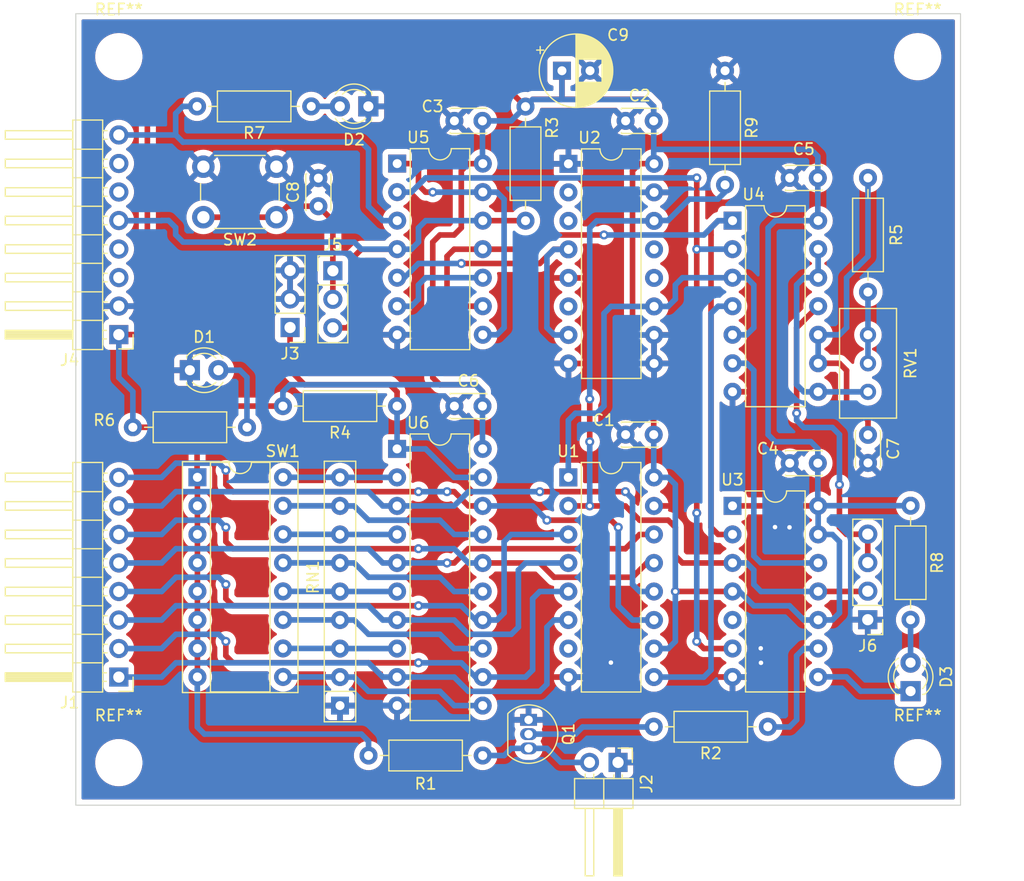
<source format=kicad_pcb>
(kicad_pcb (version 20211014) (generator pcbnew)
  (layers (0 "F.Cu" signal) (31 "B.Cu" signal) (34 "B.Paste" user) (35 "F.Paste" user) (36 "B.SilkS" user "B.Silkscreen") (37 "F.SilkS" user "F.Silkscreen") (38 "B.Mask" user) (39 "F.Mask" user) (44 "Edge.Cuts" user))
  (net 0 "")
  (net 1 "GND")
  (net 2 "Net-(Q1-Pad2)")
  (net 3 "/D7")
  (net 4 "Net-(U1-Pad1)")
  (net 5 "Net-(R5-Pad1)")
  (net 7 "Net-(U1-Pad9)")
  (net 8 "VCC")
  (net 11 "Net-(U2-Pad4)")
  (net 16 "Net-(C8-Pad1)")
  (net 17 "/D6")
  (net 18 "/D5")
  (net 19 "/D4")
  (net 20 "/D3")
  (net 21 "/D2")
  (net 22 "/D1")
  (net 23 "/D0")
  (net 24 "Net-(U3-Pad2)")
  (net 25 "Net-(R2-Pad1)")
  (net 26 "Net-(U3-Pad12)")
  (net 28 "Net-(J3-Pad1)")
  (net 30 "/DI0")
  (net 31 "/DI1")
  (net 32 "/DI2")
  (net 33 "/DI3")
  (net 34 "/DI4")
  (net 35 "/DI5")
  (net 36 "/DI6")
  (net 37 "/DI7")
  (net 39 "Net-(U5-Pad10)")
  (net 41 "Net-(U3-Pad6)")
  (net 42 "Net-(U5-Pad1)")
  (net 43 "Net-(J4-Pad5)")
  (net 44 "Net-(R7-Pad2)")
  (net 45 "Net-(C7-Pad1)")
  (net 46 "Net-(RV1-Pad3)")
  (net 47 "Net-(J6-Pad2)")
  (net 48 "Net-(D1-Pad2)")
  (net 49 "Net-(D2-Pad2)")
  (net 50 "Net-(D3-Pad1)")
  (net 51 "Net-(D3-Pad2)")
  (net 52 "Net-(J2-Pad2)")
  (net 53 "Net-(J6-Pad3)")
  (footprint "Capacitor_THT:C_Disc_D3.0mm_W2.0mm_P2.50mm" (layer "F.Cu") (at 168.315 71.775)
    (fp_text reference "C2")
    (fp_text value "100n")
  )
  (footprint "LED_THT:LED_D3.0mm" (layer "F.Cu") (at 193.675 122.56 90)
    (fp_text reference "D3")
    (fp_text value "LED")
  )
  (footprint "Resistor_THT:R_Axial_DIN0207_L6.3mm_D2.5mm_P10.16mm_Horizontal" (layer "F.Cu") (at 134.62 99.06 180)
    (fp_text reference "R6")
    (fp_text value "1k")
  )
  (footprint "Connector_PinHeader_2.54mm:PinHeader_1x03_P2.54mm_Vertical" (layer "F.Cu") (at 142.26 85.125)
    (fp_text reference "J5")
    (fp_text value "Conn_01x03_Male")
  )
  (footprint "Resistor_THT:R_Axial_DIN0207_L6.3mm_D2.5mm_P10.16mm_Horizontal" (layer "F.Cu") (at 193.675 106.045 -90)
    (fp_text reference "R8")
    (fp_text value "1k")
  )
  (footprint "MountingHole:MountingHole_3.2mm_M3" (layer "F.Cu") (at 194.31 66.06)
    (fp_text reference "REF**")
    (fp_text value "MountingHole_3.2mm_M3")
  )
  (footprint "MountingHole:MountingHole_3.2mm_M3" (layer "F.Cu") (at 123.21 128.925)
    (fp_text reference "REF**")
    (fp_text value "MountingHole_3.2mm_M3")
  )
  (footprint "Capacitor_THT:C_Disc_D3.0mm_W2.0mm_P2.50mm" (layer "F.Cu") (at 185.42 76.855 180)
    (fp_text reference "C5")
    (fp_text value "100n")
  )
  (footprint "Capacitor_THT:C_Disc_D3.0mm_W2.0mm_P2.50mm" (layer "F.Cu") (at 170.815 99.715 180)
    (fp_text reference "C1")
    (fp_text value "100n")
  )
  (footprint "Connector_PinHeader_2.54mm:PinHeader_1x08_P2.54mm_Horizontal" (layer "F.Cu") (at 123.21 90.81 180)
    (fp_text reference "J4")
    (fp_text value "Control")
  )
  (footprint "Capacitor_THT:C_Disc_D3.0mm_W2.0mm_P2.50mm" (layer "F.Cu") (at 140.97 79.375 90)
    (fp_text reference "C8")
    (fp_text value "100n")
  )
  (footprint "Capacitor_THT:C_Disc_D3.0mm_W2.0mm_P2.50mm" (layer "F.Cu") (at 185.42 102.255 180)
    (fp_text reference "C4")
    (fp_text value "100n")
  )
  (footprint "Package_DIP:DIP-16_W7.62mm" (layer "F.Cu") (at 163.215 103.525)
    (fp_text reference "U1")
    (fp_text value "74HC165")
  )
  (footprint "Package_DIP:DIP-20_W7.62mm" (layer "F.Cu") (at 147.975 100.985)
    (fp_text reference "U6")
    (fp_text value "74HC244")
  )
  (footprint "Connector_PinHeader_2.54mm:PinHeader_1x02_P2.54mm_Horizontal" (layer "F.Cu") (at 167.64 128.905 -90)
    (fp_text reference "J2")
    (fp_text value "OUTPUT")
  )
  (footprint "Button_Switch_THT:SW_PUSH_6mm" (layer "F.Cu") (at 137.235 80.355 180)
    (fp_text reference "SW2")
    (fp_text value "SW_Push")
  )
  (footprint "MountingHole:MountingHole_3.2mm_M3" (layer "F.Cu") (at 123.21 66.06)
    (fp_text reference "REF**")
    (fp_text value "MountingHole_3.2mm_M3")
  )
  (footprint "Resistor_THT:R_Axial_DIN0207_L6.3mm_D2.5mm_P10.16mm_Horizontal" (layer "F.Cu") (at 147.975 97.175 180)
    (fp_text reference "R4")
    (fp_text value "10k")
  )
  (footprint "Resistor_THT:R_Axial_DIN0207_L6.3mm_D2.5mm_P10.16mm_Horizontal" (layer "F.Cu") (at 140.335 70.485 180)
    (fp_text reference "R7")
    (fp_text value "1k")
  )
  (footprint "Resistor_THT:R_Axial_DIN0207_L6.3mm_D2.5mm_P10.16mm_Horizontal" (layer "F.Cu") (at 145.435 128.29)
    (fp_text reference "R1")
    (fp_text value "20k")
  )
  (footprint "Resistor_THT:R_Axial_DIN0207_L6.3mm_D2.5mm_P10.16mm_Horizontal" (layer "F.Cu") (at 177.165 67.31 -90)
    (fp_text reference "R9")
    (fp_text value "10k")
  )
  (footprint "Resistor_THT:R_Axial_DIN0207_L6.3mm_D2.5mm_P10.16mm_Horizontal" (layer "F.Cu") (at 180.975 125.73 180)
    (fp_text reference "R2")
    (fp_text value "4.7")
  )
  (footprint "LED_THT:LED_D3.0mm" (layer "F.Cu") (at 145.42 70.485 180)
    (fp_text reference "D2")
    (fp_text value "LED")
  )
  (footprint "Capacitor_THT:C_Disc_D3.0mm_W2.0mm_P2.50mm" (layer "F.Cu") (at 155.575 71.775 180)
    (fp_text reference "C3")
    (fp_text value "100n")
  )
  (footprint "Package_TO_SOT_THT:TO-92_Inline" (layer "F.Cu") (at 159.68 125.115 -90)
    (fp_text reference "Q1")
    (fp_text value "2N7000")
  )
  (footprint "Capacitor_THT:C_Disc_D3.0mm_W2.0mm_P2.50mm" (layer "F.Cu") (at 153.075 97.175)
    (fp_text reference "C6")
    (fp_text value "100n")
  )
  (footprint "Capacitor_THT:C_Disc_D3.0mm_W2.0mm_P2.50mm" (layer "F.Cu") (at 189.885 99.735 -90)
    (fp_text reference "C7")
    (fp_text value "10n")
  )
  (footprint "Connector_PinHeader_2.54mm:PinHeader_1x08_P2.54mm_Horizontal" (layer "F.Cu") (at 123.21 121.305 180)
    (fp_text reference "J1")
    (fp_text value "DATA")
  )
  (footprint "Connector_PinHeader_2.54mm:PinHeader_1x03_P2.54mm_Vertical" (layer "F.Cu") (at 138.45 90.175 180)
    (fp_text reference "J3")
    (fp_text value "Conn_01x03_Male")
  )
  (footprint "Connector_PinHeader_2.54mm:PinHeader_1x04_P2.54mm_Vertical" (layer "F.Cu") (at 189.865 116.195 180)
    (fp_text reference "J6")
    (fp_text value "CLK_SELECT")
  )
  (footprint "Package_DIP:DIP-14_W7.62mm" (layer "F.Cu") (at 177.83 80.66)
    (fp_text reference "U4")
    (fp_text value "74HC132")
  )
  (footprint "Resistor_THT:R_Axial_DIN0207_L6.3mm_D2.5mm_P10.16mm_Horizontal" (layer "F.Cu") (at 189.885 87.015 90)
    (fp_text reference "R5")
    (fp_text value "10k")
  )
  (footprint "Package_DIP:DIP-16_W7.62mm" (layer "F.Cu") (at 163.225 75.6)
    (fp_text reference "U2")
    (fp_text value "74LS191")
  )
  (footprint "Capacitor_THT:CP_Radial_D6.3mm_P2.50mm" (layer "F.Cu") (at 162.647621 67.31)
    (fp_text reference "C9")
    (fp_text value "100u")
  )
  (footprint "Package_DIP:DIP-14_W7.62mm" (layer "F.Cu") (at 147.985 75.58)
    (fp_text reference "U5")
    (fp_text value "74HC132")
  )
  (footprint "Resistor_THT:R_Array_SIP9" (layer "F.Cu") (at 142.895 123.845 90)
    (fp_text reference "RN1")
    (fp_text value "10k")
  )
  (footprint "Resistor_THT:R_Axial_DIN0207_L6.3mm_D2.5mm_P10.16mm_Horizontal" (layer "F.Cu") (at 159.405 70.505 -90)
    (fp_text reference "R3")
    (fp_text value "10k")
  )
  (footprint "Potentiometer_THT:Potentiometer_Bourns_3296W_Vertical" (layer "F.Cu") (at 189.885 90.825 90)
    (fp_text reference "RV1")
    (fp_text value "10k")
  )
  (footprint "LED_THT:LED_D3.0mm" (layer "F.Cu") (at 129.535 93.98)
    (fp_text reference "D1")
    (fp_text value "LED")
  )
  (footprint "MountingHole:MountingHole_3.2mm_M3" (layer "F.Cu") (at 194.31 128.925)
    (fp_text reference "REF**")
    (fp_text value "MountingHole_3.2mm_M3")
  )
  (footprint "Package_DIP:DIP-14_W7.62mm" (layer "F.Cu") (at 177.83 106.06)
    (fp_text reference "U3")
    (fp_text value "74HC74")
  )
  (footprint "Package_DIP:DIP-16_W7.62mm_Socket" (layer "F.Cu") (at 130.205 103.515)
    (fp_text reference "SW1")
    (fp_text value "SW_DIP_x08")
  )
  (gr_rect (start 119.38 62.23) (end 198.12 132.715) (layer "Edge.Cuts") (width 0.1) (fill none))
  (via (at 182.9 107.97) (size 0.8) (drill 0.4) (layers "F.Cu" "B.Cu") (net 1))
  (via (at 181.61 107.95) (size 0.8) (drill 0.4) (layers "F.Cu" "B.Cu") (net 1))
  (via (at 180.36 120.035) (size 0.8) (drill 0.4) (layers "F.Cu" "B.Cu") (net 1))
  (via (at 167.005 120.015) (size 0.8) (drill 0.4) (layers "F.Cu" "B.Cu") (net 1))
  (via (at 180.34 118.745) (size 0.8) (drill 0.4) (layers "F.Cu" "B.Cu") (net 1))
  (segment (start 142.895 123.845) (end 147.975 123.845) (width 0.5) (layer "B.Cu") (net 1))
  (segment (start 163.85 126.385) (end 164.485 125.75) (width 0.5) (layer "B.Cu") (net 2))
  (segment (start 159.68 126.385) (end 163.85 126.385) (width 0.5) (layer "B.Cu") (net 2))
  (segment (start 170.795 125.75) (end 170.815 125.73) (width 0.5) (layer "B.Cu") (net 2))
  (segment (start 164.485 125.75) (end 170.795 125.75) (width 0.5) (layer "B.Cu") (net 2))
  (segment (start 167.025 107.335) (end 167.66 107.97) (width 0.5) (layer "F.Cu") (net 3))
  (segment (start 154.325 106.065) (end 155.595 106.065) (width 0.5) (layer "F.Cu") (net 3))
  (segment (start 133.37 104.795) (end 149.88 104.795) (width 0.5) (layer "F.Cu") (net 3))
  (segment (start 153.055 104.795) (end 152.42 104.795) (width 0.5) (layer "F.Cu") (net 3))
  (segment (start 153.055 104.795) (end 154.325 106.065) (width 0.5) (layer "F.Cu") (net 3))
  (segment (start 132.735 102.89) (end 132.735 104.16) (width 0.5) (layer "F.Cu") (net 3))
  (segment (start 161.31 107.335) (end 167.025 107.335) (width 0.5) (layer "F.Cu") (net 3))
  (segment (start 132.735 104.16) (end 133.37 104.795) (width 0.5) (layer "F.Cu") (net 3))
  (via (at 132.735 102.89) (size 0.8) (drill 0.4) (layers "F.Cu" "B.Cu") (net 3))
  (via (at 149.88 104.795) (size 0.8) (drill 0.4) (layers "F.Cu" "B.Cu") (net 3))
  (via (at 167.66 107.97) (size 0.8) (drill 0.4) (layers "F.Cu" "B.Cu") (net 3))
  (via (at 152.42 104.795) (size 0.8) (drill 0.4) (layers "F.Cu" "B.Cu") (net 3))
  (via (at 161.31 107.335) (size 0.8) (drill 0.4) (layers "F.Cu" "B.Cu") (net 3))
  (segment (start 132.735 102.89) (end 132.1 102.255) (width 0.5) (layer "B.Cu") (net 3))
  (segment (start 160.04 106.065) (end 161.31 107.335) (width 0.5) (layer "B.Cu") (net 3))
  (segment (start 168.93 116.225) (end 170.835 116.225) (width 0.5) (layer "B.Cu") (net 3))
  (segment (start 132.1 102.255) (end 128.29 102.255) (width 0.5) (layer "B.Cu") (net 3))
  (segment (start 167.66 114.955) (end 168.93 116.225) (width 0.5) (layer "B.Cu") (net 3))
  (segment (start 127.02 103.525) (end 123.21 103.525) (width 0.5) (layer "B.Cu") (net 3))
  (segment (start 160.04 106.065) (end 155.595 106.065) (width 0.5) (layer "B.Cu") (net 3))
  (segment (start 167.66 107.97) (end 167.66 114.955) (width 0.5) (layer "B.Cu") (net 3))
  (segment (start 152.42 104.795) (end 149.88 104.795) (width 0.5) (layer "B.Cu") (net 3))
  (segment (start 128.29 102.255) (end 127.02 103.525) (width 0.5) (layer "B.Cu") (net 3))
  (segment (start 179.085 85.74) (end 179.725 86.38) (width 0.5) (layer "B.Cu") (net 4))
  (segment (start 170.845 88.3) (end 167.01 88.3) (width 0.5) (layer "B.Cu") (net 4))
  (segment (start 177.83 85.74) (end 179.085 85.74) (width 0.5) (layer "B.Cu") (net 4))
  (segment (start 166.39 97.175) (end 165.755 97.81) (width 0.5) (layer "B.Cu") (net 4))
  (segment (start 172.74 87.65) (end 172.74 86.38) (width 0.5) (layer "B.Cu") (net 4))
  (segment (start 170.845 88.3) (end 172.09 88.3) (width 0.5) (layer "B.Cu") (net 4))
  (segment (start 167.01 88.3) (end 166.39 88.92) (width 0.5) (layer "B.Cu") (net 4))
  (segment (start 173.375 85.745) (end 177.825 85.745) (width 0.5) (layer "B.Cu") (net 4))
  (segment (start 165.755 97.81) (end 163.85 97.81) (width 0.5) (layer "B.Cu") (net 4))
  (segment (start 163.215 98.445) (end 163.215 103.525) (width 0.5) (layer "B.Cu") (net 4))
  (segment (start 163.85 97.81) (end 163.215 98.445) (width 0.5) (layer "B.Cu") (net 4))
  (segment (start 172.09 88.3) (end 172.74 87.65) (width 0.5) (layer "B.Cu") (net 4))
  (segment (start 179.725 86.38) (end 179.725 90.19) (width 0.5) (layer "B.Cu") (net 4))
  (segment (start 177.835 90.825) (end 177.83 90.82) (width 0.5) (layer "B.Cu") (net 4))
  (segment (start 179.725 90.19) (end 179.09 90.825) (width 0.5) (layer "B.Cu") (net 4))
  (segment (start 172.74 86.38) (end 173.375 85.745) (width 0.5) (layer "B.Cu") (net 4))
  (segment (start 166.39 88.92) (end 166.39 97.175) (width 0.5) (layer "B.Cu") (net 4))
  (segment (start 177.825 85.745) (end 177.83 85.74) (width 0.5) (layer "B.Cu") (net 4))
  (segment (start 179.09 90.825) (end 177.835 90.825) (width 0.5) (layer "B.Cu") (net 4))
  (segment (start 189.885 93.365) (end 189.885 90.825) (width 0.5) (layer "B.Cu") (net 5))
  (segment (start 189.885 87.015) (end 189.885 90.825) (width 0.5) (layer "B.Cu") (net 5))
  (segment (start 175.915 120.67) (end 175.915 88.92) (width 0.5) (layer "B.Cu") (net 7))
  (segment (start 177.825 88.285) (end 177.83 88.28) (width 0.5) (layer "B.Cu") (net 7))
  (segment (start 175.915 88.92) (end 176.55 88.285) (width 0.5) (layer "B.Cu") (net 7))
  (segment (start 175.28 121.305) (end 175.915 120.67) (width 0.5) (layer "B.Cu") (net 7))
  (segment (start 176.55 88.285) (end 177.825 88.285) (width 0.5) (layer "B.Cu") (net 7))
  (segment (start 170.835 121.305) (end 175.28 121.305) (width 0.5) (layer "B.Cu") (net 7))
  (segment (start 151.15 82.57) (end 151.785 81.935) (width 0.5) (layer "F.Cu") (net 8))
  (segment (start 170.815 99.715) (end 170.815 98.425) (width 0.5) (layer "F.Cu") (net 8))
  (segment (start 128.27 67.31) (end 156.21 67.31) (width 0.5) (layer "F.Cu") (net 8))
  (segment (start 151.785 95.27) (end 151.15 94.635) (width 0.5) (layer "F.Cu") (net 8))
  (segment (start 170.815 98.425) (end 168.93 96.54) (width 0.5) (layer "F.Cu") (net 8))
  (segment (start 130.79 97.175) (end 130.175 97.79) (width 0.5) (layer "F.Cu") (net 8))
  (segment (start 162.56 69.85) (end 160.06 69.85) (width 0.5) (layer "F.Cu") (net 8))
  (segment (start 170.18 69.85) (end 162.56 69.85) (width 0.5) (layer "F.Cu") (net 8))
  (segment (start 130.205 111.135) (end 130.205 113.675) (width 0.5) (layer "F.Cu") (net 8))
  (segment (start 169.565 75.585) (end 170.83 75.585) (width 0.5) (layer "F.Cu") (net 8))
  (segment (start 153.69 76.22) (end 154.325 75.585) (width 0.5) (layer "F.Cu") (net 8))
  (segment (start 185.45 106.06) (end 177.83 106.06) (width 0.5) (layer "F.Cu") (net 8))
  (segment (start 125.73 90.805) (end 123.215 90.805) (width 0.5) (layer "F.Cu") (net 8))
  (segment (start 155.6 75.585) (end 155.605 75.58) (width 0.5) (layer "F.Cu") (net 8))
  (segment (start 137.815 97.175) (end 130.79 97.175) (width 0.5) (layer "F.Cu") (net 8))
  (segment (start 153.69 81.3) (end 153.69 76.22) (width 0.5) (layer "F.Cu") (net 8))
  (segment (start 125.75 90.785) (end 125.73 90.805) (width 0.5) (layer "F.Cu") (net 8))
  (segment (start 130.205 108.595) (end 130.205 111.135) (width 0.5) (layer "F.Cu") (net 8))
  (segment (start 170.815 70.485) (end 170.18 69.85) (width 0.5) (layer "F.Cu") (net 8))
  (segment (start 170.815 71.775) (end 170.815 70.485) (width 0.5) (layer "F.Cu") (net 8))
  (segment (start 170.83 75.585) (end 170.845 75.6) (width 0.5) (layer "F.Cu") (net 8))
  (segment (start 153.055 81.935) (end 153.69 81.3) (width 0.5) (layer "F.Cu") (net 8))
  (segment (start 168.93 96.54) (end 168.93 76.22) (width 0.5) (layer "F.Cu") (net 8))
  (segment (start 130.205 116.215) (end 130.205 118.755) (width 0.5) (layer "F.Cu") (net 8))
  (segment (start 162.647621 69.762379) (end 162.56 69.85) (width 0.5) (layer "F.Cu") (net 8))
  (segment (start 130.205 106.055) (end 130.205 108.595) (width 0.5) (layer "F.Cu") (net 8))
  (segment (start 123.215 90.805) (end 123.21 90.81) (width 0.5) (layer "F.Cu") (net 8))
  (segment (start 162.647621 67.31) (end 162.647621 69.762379) (width 0.5) (layer "F.Cu") (net 8))
  (segment (start 154.96 95.27) (end 151.785 95.27) (width 0.5) (layer "F.Cu") (net 8))
  (segment (start 154.325 75.585) (end 155.6 75.585) (width 0.5) (layer "F.Cu") (net 8))
  (segment (start 130.175 97.79) (end 130.175 99.06) (width 0.5) (layer "F.Cu") (net 8))
  (segment (start 151.785 81.935) (end 153.055 81.935) (width 0.5) (layer "F.Cu") (net 8))
  (segment (start 130.175 99.06) (end 130.175 103.485) (width 0.5) (layer "F.Cu") (net 8))
  (segment (start 168.93 76.22) (end 169.565 75.585) (width 0.5) (layer "F.Cu") (net 8))
  (segment (start 130.205 118.755) (end 130.205 121.295) (width 0.5) (layer "F.Cu") (net 8))
  (segment (start 125.75 69.83) (end 125.75 90.785) (width 0.5) (layer "F.Cu") (net 8))
  (segment (start 125.75 69.83) (end 128.27 67.31) (width 0.5) (layer "F.Cu") (net 8))
  (segment (start 130.205 103.515) (end 130.205 106.055) (width 0.5) (layer "F.Cu") (net 8))
  (segment (start 130.205 113.675) (end 130.205 116.215) (width 0.5) (layer "F.Cu") (net 8))
  (segment (start 124.46 99.06) (end 130.175 99.06) (width 0.5) (layer "F.Cu") (net 8))
  (segment (start 130.175 103.485) (end 130.205 103.515) (width 0.5) (layer "F.Cu") (net 8))
  (segment (start 155.575 97.175) (end 155.575 95.885) (width 0.5) (layer "F.Cu") (net 8))
  (segment (start 155.575 95.885) (end 154.96 95.27) (width 0.5) (layer "F.Cu") (net 8))
  (segment (start 172.745 113.68) (end 172.74 113.685) (width 0.5) (layer "F.Cu") (net 8))
  (segment (start 156.21 67.31) (end 159.405 70.505) (width 0.5) (layer "F.Cu") (net 8))
  (segment (start 151.15 94.635) (end 151.15 82.57) (width 0.5) (layer "F.Cu") (net 8))
  (segment (start 177.83 113.68) (end 172.745 113.68) (width 0.5) (layer "F.Cu") (net 8))
  (segment (start 160.06 69.85) (end 159.405 70.505) (width 0.5) (layer "F.Cu") (net 8))
  (via (at 172.74 113.685) (size 0.8) (drill 0.4) (layers "F.Cu" "B.Cu") (net 8))
  (segment (start 179.725 114.955) (end 182.9 114.955) (width 0.5) (layer "B.Cu") (net 8))
  (segment (start 184.17 116.225) (end 185.445 116.225) (width 0.5) (layer "B.Cu") (net 8))
  (segment (start 123.21 94.635) (end 124.46 95.885) (width 0.5) (layer "B.Cu") (net 8))
  (segment (start 154.96 95.27) (end 138.45 95.27) (width 0.5) (layer "B.Cu") (net 8))
  (segment (start 185.45 106.06) (end 185.45 108.6) (width 0.5) (layer "B.Cu") (net 8))
  (segment (start 187.345 109.24) (end 186.71 108.605) (width 0.5) (layer "B.Cu") (net 8))
  (segment (start 130.83 126.385) (end 130.195 125.75) (width 0.5) (layer "B.Cu") (net 8))
  (segment (start 180.995 99.715) (end 180.995 81.3) (width 0.5) (layer "B.Cu") (net 8))
  (segment (start 185.42 76.855) (end 185.42 80.63) (width 0.5) (layer "B.Cu") (net 8))
  (segment (start 185.445 116.225) (end 185.45 116.22) (width 0.5) (layer "B.Cu") (net 8))
  (segment (start 170.815 100.35) (end 170.815 103.505) (width 0.5) (layer "B.Cu") (net 8))
  (segment (start 155.575 100.965) (end 155.595 100.985) (width 0.5) (layer "B.Cu") (net 8))
  (segment (start 160.04 69.87) (end 159.405 70.505) (width 0.5) (layer "B.Cu") (net 8))
  (segment (start 155.575 75.55) (end 155.605 75.58) (width 0.5) (layer "B.Cu") (net 8))
  (segment (start 172.74 118.13) (end 172.74 104.16) (width 0.5) (layer "B.Cu") (net 8))
  (segment (start 145.435 127.02) (end 144.8 126.385) (width 0.5) (layer "B.Cu") (net 8))
  (segment (start 170.815 70.485) (end 170.2 69.87) (width 0.5) (layer "B.Cu") (net 8))
  (segment (start 180.995 81.3) (end 181.63 80.665) (width 0.5) (layer "B.Cu") (net 8))
  (segment (start 172.105 118.765) (end 172.74 118.13) (width 0.5) (layer "B.Cu") (net 8))
  (segment (start 130.195 121.305) (end 130.205 121.295) (width 0.5) (layer "B.Cu") (net 8))
  (segment (start 162.647621 67.31) (end 162.647621 69.802379) (width 0.5) (layer "B.Cu") (net 8))
  (segment (start 123.21 90.81) (end 123.21 94.635) (width 0.5) (layer "B.Cu") (net 8))
  (segment (start 170.835 118.765) (end 172.105 118.765) (width 0.5) (layer "B.Cu") (net 8))
  (segment (start 155.575 97.175) (end 155.575 95.885) (width 0.5) (layer "B.Cu") (net 8))
  (segment (start 155.575 71.775) (end 155.575 75.55) (width 0.5) (layer "B.Cu") (net 8))
  (segment (start 170.815 74.335) (end 170.815 75.57) (width 0.5) (layer "B.Cu") (net 8))
  (segment (start 170.835 74.315) (end 170.815 74.335) (width 0.5) (layer "B.Cu") (net 8))
  (segment (start 145.435 128.29) (end 145.435 127.02) (width 0.5) (layer "B.Cu") (net 8))
  (segment (start 170.2 69.87) (end 162.58 69.87) (width 0.5) (layer "B.Cu") (net 8))
  (segment (start 138.45 95.27) (end 137.815 95.905) (width 0.5) (layer "B.Cu") (net 8))
  (segment (start 185.45 106.06) (end 185.465 106.045) (width 0.5) (layer "B.Cu") (net 8))
  (segment (start 186.715 116.22) (end 187.345 115.59) (width 0.5) (layer "B.Cu") (net 8))
  (segment (start 185.445 80.665) (end 185.45 80.66) (width 0.5) (layer "B.Cu") (net 8))
  (segment (start 162.58 69.87) (end 160.04 69.87) (width 0.5) (layer "B.Cu") (net 8))
  (segment (start 187.345 115.59) (end 187.345 109.24) (width 0.5) (layer "B.Cu") (net 8))
  (segment (start 162.647621 69.802379) (end 162.58 69.87) (width 0.5) (layer "B.Cu") (net 8))
  (segment (start 170.815 75.57) (end 170.845 75.6) (width 0.5) (layer "B.Cu") (net 8))
  (segment (start 170.815 71.775) (end 170.815 70.485) (width 0.5) (layer "B.Cu") (net 8))
  (segment (start 159.405 70.505) (end 158.135 71.775) (width 0.5) (layer "B.Cu") (net 8))
  (segment (start 155.575 97.175) (end 155.575 100.965) (width 0.5) (layer "B.Cu") (net 8))
  (segment (start 124.46 95.885) (end 124.46 99.06) (width 0.5) (layer "B.Cu") (net 8))
  (segment (start 181.63 80.665) (end 185.445 80.665) (width 0.5) (layer "B.Cu") (net 8))
  (segment (start 137.815 95.905) (end 137.815 97.175) (width 0.5) (layer "B.Cu") (net 8))
  (segment (start 182.9 114.955) (end 184.17 116.225) (width 0.5) (layer "B.Cu") (net 8))
  (segment (start 185.42 106.03) (end 185.45 106.06) (width 0.5) (layer "B.Cu") (net 8))
  (segment (start 172.105 103.525) (end 170.835 103.525) (width 0.5) (layer "B.Cu") (net 8))
  (segment (start 184.805 74.315) (end 170.835 74.315) (width 0.5) (layer "B.Cu") (net 8))
  (segment (start 178.45 113.68) (end 179.725 114.955) (width 0.5) (layer "B.Cu") (net 8))
  (segment (start 170.815 103.505) (end 170.835 103.525) (width 0.5) (layer "B.Cu") (net 8))
  (segment (start 185.42 76.855) (end 185.42 74.93) (width 0.5) (layer "B.Cu") (net 8))
  (segment (start 185.455 108.605) (end 185.45 108.6) (width 0.5) (layer "B.Cu") (net 8))
  (segment (start 185.465 106.045) (end 193.675 106.045) (width 0.5) (layer "B.Cu") (net 8))
  (segment (start 170.815 71.775) (end 170.815 74.335) (width 0.5) (layer "B.Cu") (net 8))
  (segment (start 181.63 100.35) (end 180.995 99.715) (width 0.5) (layer "B.Cu") (net 8))
  (segment (start 185.42 80.63) (end 185.45 80.66) (width 0.5) (layer "B.Cu") (net 8))
  (segment (start 186.71 108.605) (end 185.455 108.605) (width 0.5) (layer "B.Cu") (net 8))
  (segment (start 185.42 100.965) (end 184.805 100.35) (width 0.5) (layer "B.Cu") (net 8))
  (segment (start 185.42 74.93) (end 184.805 74.315) (width 0.5) (layer "B.Cu") (net 8))
  (segment (start 177.83 113.68) (end 178.45 113.68) (width 0.5) (layer "B.Cu") (net 8))
  (segment (start 130.195 125.75) (end 130.195 121.305) (width 0.5) (layer "B.Cu") (net 8))
  (segment (start 172.74 104.16) (end 172.105 103.525) (width 0.5) (layer "B.Cu") (net 8))
  (segment (start 158.135 71.775) (end 155.575 71.775) (width 0.5) (layer "B.Cu") (net 8))
  (segment (start 185.42 102.255) (end 185.42 100.965) (width 0.5) (layer "B.Cu") (net 8))
  (segment (start 184.805 100.35) (end 181.63 100.35) (width 0.5) (layer "B.Cu") (net 8))
  (segment (start 155.575 95.885) (end 154.96 95.27) (width 0.5) (layer "B.Cu") (net 8))
  (segment (start 185.42 102.255) (end 185.42 106.03) (width 0.5) (layer "B.Cu") (net 8))
  (segment (start 144.8 126.385) (end 130.83 126.385) (width 0.5) (layer "B.Cu") (net 8))
  (segment (start 185.45 116.22) (end 186.715 116.22) (width 0.5) (layer "B.Cu") (net 8))
  (segment (start 161.945 83.205) (end 163.21 83.205) (width 0.5) (layer "F.Cu") (net 11))
  (segment (start 160.675 84.475) (end 161.945 83.205) (width 0.5) (layer "F.Cu") (net 11))
  (segment (start 163.21 83.205) (end 163.225 83.22) (width 0.5) (layer "F.Cu") (net 11))
  (segment (start 153.69 84.475) (end 160.675 84.475) (width 0.5) (layer "F.Cu") (net 11))
  (segment (start 147.99 85.745) (end 147.985 85.74) (width 0.5) (layer "F.Cu") (net 11))
  (via (at 153.69 84.475) (size 0.8) (drill 0.4) (layers "F.Cu" "B.Cu") (net 11))
  (segment (start 161.31 90.19) (end 161.31 85.745) (width 0.5) (layer "B.Cu") (net 11))
  (segment (start 149.88 84.475) (end 153.69 84.475) (width 0.5) (layer "B.Cu") (net 11))
  (segment (start 161.31 83.84) (end 161.93 83.22) (width 0.5) (layer "B.Cu") (net 11))
  (segment (start 147.985 85.74) (end 148.615 85.74) (width 0.5) (layer "B.Cu") (net 11))
  (segment (start 148.615 85.74) (end 149.88 84.475) (width 0.5) (layer "B.Cu") (net 11))
  (segment (start 161.96 90.84) (end 161.31 90.19) (width 0.5) (layer "B.Cu") (net 11))
  (segment (start 163.24 90.825) (end 163.225 90.84) (width 0.5) (layer "B.Cu") (net 11))
  (segment (start 161.93 83.22) (end 163.225 83.22) (width 0.5) (layer "B.Cu") (net 11))
  (segment (start 161.31 85.745) (end 161.31 83.84) (width 0.5) (layer "B.Cu") (net 11))
  (segment (start 163.225 90.84) (end 161.96 90.84) (width 0.5) (layer "B.Cu") (net 11))
  (segment (start 140.97 79.375) (end 138.215 79.375) (width 0.5) (layer "F.Cu") (net 16))
  (segment (start 142.26 87.665) (end 142.26 85.125) (width 0.5) (layer "F.Cu") (net 16))
  (segment (start 138.215 79.375) (end 137.235 80.355) (width 0.5) (layer "F.Cu") (net 16))
  (segment (start 142.26 80.665) (end 140.97 79.375) (width 0.5) (layer "F.Cu") (net 16))
  (segment (start 142.26 85.125) (end 142.26 80.665) (width 0.5) (layer "F.Cu") (net 16))
  (segment (start 137.235 80.355) (end 130.735 80.355) (width 0.5) (layer "F.Cu") (net 16))
  (segment (start 168.295 104.795) (end 160.675 104.795) (width 0.5) (layer "F.Cu") (net 17))
  (via (at 160.675 104.795) (size 0.8) (drill 0.4) (layers "F.Cu" "B.Cu") (net 17))
  (via (at 168.295 104.795) (size 0.8) (drill 0.4) (layers "F.Cu" "B.Cu") (net 17))
  (segment (start 154.325 104.795) (end 153.055 106.065) (width 0.5) (layer "B.Cu") (net 17))
  (segment (start 170.835 113.685) (end 169.565 113.685) (width 0.5) (layer "B.Cu") (net 17))
  (segment (start 153.055 106.065) (end 147.975 106.065) (width 0.5) (layer "B.Cu") (net 17))
  (segment (start 145.435 104.795) (end 128.29 104.795) (width 0.5) (layer "B.Cu") (net 17))
  (segment (start 154.325 104.795) (end 160.675 104.795) (width 0.5) (layer "B.Cu") (net 17))
  (segment (start 168.93 105.43) (end 168.295 104.795) (width 0.5) (layer "B.Cu") (net 17))
  (segment (start 146.705 106.065) (end 145.435 104.795) (width 0.5) (layer "B.Cu") (net 17))
  (segment (start 147.975 106.065) (end 146.705 106.065) (width 0.5) (layer "B.Cu") (net 17))
  (segment (start 169.565 113.685) (end 168.93 113.05) (width 0.5) (layer "B.Cu") (net 17))
  (segment (start 127.02 106.065) (end 123.21 106.065) (width 0.5) (layer "B.Cu") (net 17))
  (segment (start 128.29 104.795) (end 127.02 106.065) (width 0.5) (layer "B.Cu") (net 17))
  (segment (start 168.93 113.05) (end 168.93 105.43) (width 0.5) (layer "B.Cu") (net 17))
  (segment (start 133.37 109.875) (end 132.735 109.24) (width 0.5) (layer "F.Cu") (net 18))
  (segment (start 160.675 111.145) (end 161.945 112.415) (width 0.5) (layer "F.Cu") (net 18))
  (segment (start 155.595 111.145) (end 160.675 111.145) (width 0.5) (layer "F.Cu") (net 18))
  (segment (start 149.88 109.875) (end 133.37 109.875) (width 0.5) (layer "F.Cu") (net 18))
  (segment (start 168.93 112.415) (end 170.2 111.145) (width 0.5) (layer "F.Cu") (net 18))
  (segment (start 170.2 111.145) (end 170.835 111.145) (width 0.5) (layer "F.Cu") (net 18))
  (segment (start 132.735 109.24) (end 132.735 107.97) (width 0.5) (layer "F.Cu") (net 18))
  (segment (start 161.945 112.415) (end 168.93 112.415) (width 0.5) (layer "F.Cu") (net 18))
  (via (at 149.88 109.875) (size 0.8) (drill 0.4) (layers "F.Cu" "B.Cu") (net 18))
  (via (at 132.735 107.97) (size 0.8) (drill 0.4) (layers "F.Cu" "B.Cu") (net 18))
  (segment (start 128.29 107.335) (end 127.02 108.605) (width 0.5) (layer "B.Cu") (net 18))
  (segment (start 154.325 111.145) (end 155.595 111.145) (width 0.5) (layer "B.Cu") (net 18))
  (segment (start 153.055 109.875) (end 154.325 111.145) (width 0.5) (layer "B.Cu") (net 18))
  (segment (start 149.88 109.875) (end 153.055 109.875) (width 0.5) (layer "B.Cu") (net 18))
  (segment (start 132.735 107.97) (end 132.1 107.335) (width 0.5) (layer "B.Cu") (net 18))
  (segment (start 127.02 108.605) (end 123.21 108.605) (width 0.5) (layer "B.Cu") (net 18))
  (segment (start 132.1 107.335) (end 128.29 107.335) (width 0.5) (layer "B.Cu") (net 18))
  (segment (start 153.055 111.145) (end 152.42 111.145) (width 0.5) (layer "F.Cu") (net 19))
  (segment (start 154.325 109.875) (end 168.295 109.875) (width 0.5) (layer "F.Cu") (net 19))
  (segment (start 169.565 108.605) (end 170.835 108.605) (width 0.5) (layer "F.Cu") (net 19))
  (segment (start 168.295 109.875) (end 169.565 108.605) (width 0.5) (layer "F.Cu") (net 19))
  (segment (start 153.055 111.145) (end 154.325 109.875) (width 0.5) (layer "F.Cu") (net 19))
  (via (at 152.42 111.145) (size 0.8) (drill 0.4) (layers "F.Cu" "B.Cu") (net 19))
  (segment (start 145.435 109.875) (end 128.29 109.875) (width 0.5) (layer "B.Cu") (net 19))
  (segment (start 146.705 111.145) (end 145.435 109.875) (width 0.5) (layer "B.Cu") (net 19))
  (segment (start 147.975 111.145) (end 146.705 111.145) (width 0.5) (layer "B.Cu") (net 19))
  (segment (start 128.29 109.875) (end 127.02 111.145) (width 0.5) (layer "B.Cu") (net 19))
  (segment (start 127.02 111.145) (end 123.21 111.145) (width 0.5) (layer "B.Cu") (net 19))
  (segment (start 152.42 111.145) (end 147.975 111.145) (width 0.5) (layer "B.Cu") (net 19))
  (segment (start 133.37 114.955) (end 149.88 114.955) (width 0.5) (layer "F.Cu") (net 20))
  (segment (start 132.735 114.32) (end 133.37 114.955) (width 0.5) (layer "F.Cu") (net 20))
  (segment (start 132.735 113.05) (end 132.735 114.32) (width 0.5) (layer "F.Cu") (net 20))
  (via (at 149.88 114.955) (size 0.8) (drill 0.4) (layers "F.Cu" "B.Cu") (net 20))
  (via (at 132.735 113.05) (size 0.8) (drill 0.4) (layers "F.Cu" "B.Cu") (net 20))
  (segment (start 128.29 112.415) (end 127.02 113.685) (width 0.5) (layer "B.Cu") (net 20))
  (segment (start 153.69 114.955) (end 154.96 116.225) (width 0.5) (layer "B.Cu") (net 20))
  (segment (start 156.865 116.225) (end 155.595 116.225) (width 0.5) (layer "B.Cu") (net 20))
  (segment (start 132.735 113.05) (end 132.1 112.415) (width 0.5) (layer "B.Cu") (net 20))
  (segment (start 157.5 109.24) (end 157.5 115.59) (width 0.5) (layer "B.Cu") (net 20))
  (segment (start 127.02 113.685) (end 123.21 113.685) (width 0.5) (layer "B.Cu") (net 20))
  (segment (start 163.215 108.605) (end 158.135 108.605) (width 0.5) (layer "B.Cu") (net 20))
  (segment (start 132.1 112.415) (end 128.29 112.415) (width 0.5) (layer "B.Cu") (net 20))
  (segment (start 154.96 116.225) (end 155.595 116.225) (width 0.5) (layer "B.Cu") (net 20))
  (segment (start 158.135 108.605) (end 157.5 109.24) (width 0.5) (layer "B.Cu") (net 20))
  (segment (start 149.88 114.955) (end 153.69 114.955) (width 0.5) (layer "B.Cu") (net 20))
  (segment (start 157.5 115.59) (end 156.865 116.225) (width 0.5) (layer "B.Cu") (net 20))
  (segment (start 146.705 116.225) (end 145.435 114.955) (width 0.5) (layer "B.Cu") (net 21))
  (segment (start 154.325 117.495) (end 153.055 116.225) (width 0.5) (layer "B.Cu") (net 21))
  (segment (start 158.77 116.86) (end 158.135 117.495) (width 0.5) (layer "B.Cu") (net 21))
  (segment (start 145.435 114.955) (end 128.29 114.955) (width 0.5) (layer "B.Cu") (net 21))
  (segment (start 158.135 117.495) (end 154.325 117.495) (width 0.5) (layer "B.Cu") (net 21))
  (segment (start 163.215 111.145) (end 159.405 111.145) (width 0.5) (layer "B.Cu") (net 21))
  (segment (start 128.29 114.955) (end 127.02 116.225) (width 0.5) (layer "B.Cu") (net 21))
  (segment (start 159.405 111.145) (end 158.77 111.78) (width 0.5) (layer "B.Cu") (net 21))
  (segment (start 158.77 111.78) (end 158.77 116.86) (width 0.5) (layer "B.Cu") (net 21))
  (segment (start 127.02 116.225) (end 123.21 116.225) (width 0.5) (layer "B.Cu") (net 21))
  (segment (start 147.975 116.225) (end 146.705 116.225) (width 0.5) (layer "B.Cu") (net 21))
  (segment (start 153.055 116.225) (end 147.975 116.225) (width 0.5) (layer "B.Cu") (net 21))
  (segment (start 132.735 119.4) (end 133.37 120.035) (width 0.5) (layer "F.Cu") (net 22))
  (segment (start 132.735 118.13) (end 132.735 119.4) (width 0.5) (layer "F.Cu") (net 22))
  (segment (start 133.37 120.035) (end 149.88 120.035) (width 0.5) (layer "F.Cu") (net 22))
  (via (at 149.88 120.035) (size 0.8) (drill 0.4) (layers "F.Cu" "B.Cu") (net 22))
  (via (at 132.735 118.13) (size 0.8) (drill 0.4) (layers "F.Cu" "B.Cu") (net 22))
  (segment (start 149.88 120.035) (end 153.69 120.035) (width 0.5) (layer "B.Cu") (net 22))
  (segment (start 132.1 117.495) (end 128.29 117.495) (width 0.5) (layer "B.Cu") (net 22))
  (segment (start 163.215 113.685) (end 160.675 113.685) (width 0.5) (layer "B.Cu") (net 22))
  (segment (start 160.675 113.685) (end 160.04 114.32) (width 0.5) (layer "B.Cu") (net 22))
  (segment (start 127.02 118.765) (end 123.21 118.765) (width 0.5) (layer "B.Cu") (net 22))
  (segment (start 128.29 117.495) (end 127.02 118.765) (width 0.5) (layer "B.Cu") (net 22))
  (segment (start 132.735 118.13) (end 132.1 117.495) (width 0.5) (layer "B.Cu") (net 22))
  (segment (start 159.405 121.305) (end 155.595 121.305) (width 0.5) (layer "B.Cu") (net 22))
  (segment (start 154.96 121.305) (end 155.595 121.305) (width 0.5) (layer "B.Cu") (net 22))
  (segment (start 160.04 114.32) (end 160.04 120.67) (width 0.5) (layer "B.Cu") (net 22))
  (segment (start 153.69 120.035) (end 154.96 121.305) (width 0.5) (layer "B.Cu") (net 22))
  (segment (start 160.04 120.67) (end 159.405 121.305) (width 0.5) (layer "B.Cu") (net 22))
  (segment (start 146.705 121.305) (end 145.435 120.035) (width 0.5) (layer "B.Cu") (net 23))
  (segment (start 127.02 121.305) (end 123.21 121.305) (width 0.5) (layer "B.Cu") (net 23))
  (segment (start 154.325 122.575) (end 153.055 121.305) (width 0.5) (layer "B.Cu") (net 23))
  (segment (start 161.945 116.225) (end 161.31 116.86) (width 0.5) (layer "B.Cu") (net 23))
  (segment (start 128.29 120.035) (end 127.02 121.305) (width 0.5) (layer "B.Cu") (net 23))
  (segment (start 145.435 120.035) (end 128.29 120.035) (width 0.5) (layer "B.Cu") (net 23))
  (segment (start 147.975 121.305) (end 146.705 121.305) (width 0.5) (layer "B.Cu") (net 23))
  (segment (start 163.215 116.225) (end 161.945 116.225) (width 0.5) (layer "B.Cu") (net 23))
  (segment (start 160.675 122.575) (end 154.325 122.575) (width 0.5) (layer "B.Cu") (net 23))
  (segment (start 161.31 121.94) (end 160.675 122.575) (width 0.5) (layer "B.Cu") (net 23))
  (segment (start 161.31 116.86) (end 161.31 121.94) (width 0.5) (layer "B.Cu") (net 23))
  (segment (start 153.055 121.305) (end 147.975 121.305) (width 0.5) (layer "B.Cu") (net 23))
  (segment (start 155.605 88.28) (end 153.05 88.28) (width 0.5) (layer "F.Cu") (net 24))
  (segment (start 153.05 88.28) (end 152.42 87.65) (width 0.5) (layer "F.Cu") (net 24))
  (segment (start 160.04 83.205) (end 155.61 83.205) (width 0.5) (layer "F.Cu") (net 24))
  (segment (start 176.555 80.66) (end 175.915 81.3) (width 0.5) (layer "F.Cu") (net 24))
  (segment (start 177.83 80.66) (end 176.555 80.66) (width 0.5) (layer "F.Cu") (net 24))
  (segment (start 152.42 83.84) (end 153.055 83.205) (width 0.5) (layer "F.Cu") (net 24))
  (segment (start 175.915 81.935) (end 175.915 107.97) (width 0.5) (layer "F.Cu") (net 24))
  (segment (start 175.915 81.3) (end 175.915 81.935) (width 0.5) (layer "F.Cu") (net 24))
  (segment (start 161.31 81.935) (end 166.39 81.935) (width 0.5) (layer "F.Cu") (net 24))
  (segment (start 153.055 83.205) (end 155.6 83.205) (width 0.5) (layer "F.Cu") (net 24))
  (segment (start 155.6 83.205) (end 155.605 83.2) (width 0.5) (layer "F.Cu") (net 24))
  (segment (start 161.31 81.935) (end 160.04 83.205) (width 0.5) (layer "F.Cu") (net 24))
  (segment (start 177.825 108.605) (end 177.83 108.6) (width 0.5) (layer "F.Cu") (net 24))
  (segment (start 152.42 87.65) (end 152.42 83.84) (width 0.5) (layer "F.Cu") (net 24))
  (segment (start 176.55 108.605) (end 177.825 108.605) (width 0.5) (layer "F.Cu") (net 24))
  (segment (start 177.825 80.665) (end 177.83 80.66) (width 0.5) (layer "F.Cu") (net 24))
  (segment (start 155.61 83.205) (end 155.605 83.2) (width 0.5) (layer "F.Cu") (net 24))
  (segment (start 175.915 107.97) (end 176.55 108.605) (width 0.5) (layer "F.Cu") (net 24))
  (via (at 166.39 81.935) (size 0.8) (drill 0.4) (layers "F.Cu" "B.Cu") (net 24))
  (segment (start 176.55 80.665) (end 177.825 80.665) (width 0.5) (layer "B.Cu") (net 24))
  (segment (start 166.39 81.935) (end 175.28 81.935) (width 0.5) (layer "B.Cu") (net 24))
  (segment (start 177.825 80.665) (end 177.83 80.66) (width 0.5) (layer "B.Cu") (net 24))
  (segment (start 175.28 81.935) (end 176.55 80.665) (width 0.5) (layer "B.Cu") (net 24))
  (segment (start 182.9 125.75) (end 183.535 125.115) (width 0.5) (layer "B.Cu") (net 25))
  (segment (start 183.535 125.115) (end 183.535 119.4) (width 0.5) (layer "B.Cu") (net 25))
  (segment (start 182.9 125.75) (end 180.995 125.75) (width 0.5) (layer "B.Cu") (net 25))
  (segment (start 185.445 118.765) (end 185.45 118.76) (width 0.5) (layer "B.Cu") (net 25))
  (segment (start 183.535 119.4) (end 184.17 118.765) (width 0.5) (layer "B.Cu") (net 25))
  (segment (start 184.17 118.765) (end 185.445 118.765) (width 0.5) (layer "B.Cu") (net 25))
  (segment (start 180.995 125.75) (end 180.975 125.73) (width 0.5) (layer "B.Cu") (net 25))
  (segment (start 180.36 111.145) (end 185.445 111.145) (width 0.5) (layer "B.Cu") (net 26))
  (segment (start 179.085 93.36) (end 179.725 94) (width 0.5) (layer "B.Cu") (net 26))
  (segment (start 177.83 93.36) (end 179.085 93.36) (width 0.5) (layer "B.Cu") (net 26))
  (segment (start 179.725 94) (end 179.725 110.51) (width 0.5) (layer "B.Cu") (net 26))
  (segment (start 185.445 111.145) (end 185.45 111.14) (width 0.5) (layer "B.Cu") (net 26))
  (segment (start 179.725 110.51) (end 180.36 111.145) (width 0.5) (layer "B.Cu") (net 26))
  (segment (start 147.975 95.905) (end 147.34 95.27) (width 0.5) (layer "F.Cu") (net 28))
  (segment (start 138.45 93.98) (end 138.45 90.175) (width 0.5) (layer "F.Cu") (net 28))
  (segment (start 139.74 95.27) (end 138.45 93.98) (width 0.5) (layer "F.Cu") (net 28))
  (segment (start 147.975 97.175) (end 147.975 95.905) (width 0.5) (layer "F.Cu") (net 28))
  (segment (start 147.34 95.27) (end 139.74 95.27) (width 0.5) (layer "F.Cu") (net 28))
  (segment (start 147.975 100.985) (end 150.515 100.985) (width 0.5) (layer "B.Cu") (net 28))
  (segment (start 150.515 100.985) (end 153.055 103.525) (width 0.5) (layer "B.Cu") (net 28))
  (segment (start 147.975 97.175) (end 147.975 100.985) (width 0.5) (layer "B.Cu") (net 28))
  (segment (start 153.055 103.525) (end 155.595 103.525) (width 0.5) (layer "B.Cu") (net 28))
  (segment (start 142.895 121.305) (end 144.165 121.305) (width 0.5) (layer "B.Cu") (net 30))
  (segment (start 142.885 121.295) (end 142.895 121.305) (width 0.5) (layer "B.Cu") (net 30))
  (segment (start 137.825 121.295) (end 142.885 121.295) (width 0.5) (layer "B.Cu") (net 30))
  (segment (start 151.785 122.575) (end 153.055 123.845) (width 0.5) (layer "B.Cu") (net 30))
  (segment (start 144.165 121.305) (end 145.435 122.575) (width 0.5) (layer "B.Cu") (net 30))
  (segment (start 153.055 123.845) (end 155.595 123.845) (width 0.5) (layer "B.Cu") (net 30))
  (segment (start 145.435 122.575) (end 151.785 122.575) (width 0.5) (layer "B.Cu") (net 30))
  (segment (start 142.885 118.755) (end 142.895 118.765) (width 0.5) (layer "B.Cu") (net 31))
  (segment (start 137.825 118.755) (end 142.885 118.755) (width 0.5) (layer "B.Cu") (net 31))
  (segment (start 142.895 118.765) (end 147.975 118.765) (width 0.5) (layer "B.Cu") (net 31))
  (segment (start 145.435 117.495) (end 151.785 117.495) (width 0.5) (layer "B.Cu") (net 32))
  (segment (start 151.785 117.495) (end 153.055 118.765) (width 0.5) (layer "B.Cu") (net 32))
  (segment (start 153.055 118.765) (end 155.595 118.765) (width 0.5) (layer "B.Cu") (net 32))
  (segment (start 137.825 116.215) (end 142.885 116.215) (width 0.5) (layer "B.Cu") (net 32))
  (segment (start 144.165 116.225) (end 145.435 117.495) (width 0.5) (layer "B.Cu") (net 32))
  (segment (start 142.895 116.225) (end 144.165 116.225) (width 0.5) (layer "B.Cu") (net 32))
  (segment (start 142.885 116.215) (end 142.895 116.225) (width 0.5) (layer "B.Cu") (net 32))
  (segment (start 137.825 113.675) (end 142.885 113.675) (width 0.5) (layer "B.Cu") (net 33))
  (segment (start 142.885 113.675) (end 142.895 113.685) (width 0.5) (layer "B.Cu") (net 33))
  (segment (start 142.895 113.685) (end 147.975 113.685) (width 0.5) (layer "B.Cu") (net 33))
  (segment (start 145.435 112.415) (end 151.785 112.415) (width 0.5) (layer "B.Cu") (net 34))
  (segment (start 153.055 113.685) (end 155.595 113.685) (width 0.5) (layer "B.Cu") (net 34))
  (segment (start 142.895 111.145) (end 144.165 111.145) (width 0.5) (layer "B.Cu") (net 34))
  (segment (start 144.165 111.145) (end 145.435 112.415) (width 0.5) (layer "B.Cu") (net 34))
  (segment (start 151.785 112.415) (end 153.055 113.685) (width 0.5) (layer "B.Cu") (net 34))
  (segment (start 137.825 111.135) (end 142.885 111.135) (width 0.5) (layer "B.Cu") (net 34))
  (segment (start 142.885 111.135) (end 142.895 111.145) (width 0.5) (layer "B.Cu") (net 34))
  (segment (start 142.885 108.595) (end 142.895 108.605) (width 0.5) (layer "B.Cu") (net 35))
  (segment (start 142.895 108.605) (end 147.975 108.605) (width 0.5) (layer "B.Cu") (net 35))
  (segment (start 137.825 108.595) (end 142.885 108.595) (width 0.5) (layer "B.Cu") (net 35))
  (segment (start 151.785 107.335) (end 153.055 108.605) (width 0.5) (layer "B.Cu") (net 36))
  (segment (start 144.165 106.065) (end 145.435 107.335) (width 0.5) (layer "B.Cu") (net 36))
  (segment (start 145.435 107.335) (end 151.785 107.335) (width 0.5) (layer "B.Cu") (net 36))
  (segment (start 142.895 106.065) (end 144.165 106.065) (width 0.5) (layer "B.Cu") (net 36))
  (segment (start 153.055 108.605) (end 155.595 108.605) (width 0.5) (layer "B.Cu") (net 36))
  (segment (start 142.885 106.055) (end 142.895 106.065) (width 0.5) (layer "B.Cu") (net 36))
  (segment (start 137.825 106.055) (end 142.885 106.055) (width 0.5) (layer "B.Cu") (net 36))
  (segment (start 137.825 103.515) (end 142.885 103.515) (width 0.5) (layer "B.Cu") (net 37))
  (segment (start 142.885 103.515) (end 142.895 103.525) (width 0.5) (layer "B.Cu") (net 37))
  (segment (start 142.895 103.525) (end 147.975 103.525) (width 0.5) (layer "B.Cu") (net 37))
  (segment (start 149.245 88.285) (end 147.99 88.285) (width 0.5) (layer "B.Cu") (net 39))
  (segment (start 155.605 85.74) (end 155.61 85.745) (width 0.5) (layer "B.Cu") (net 39))
  (segment (start 149.88 87.65) (end 149.245 88.285) (width 0.5) (layer "B.Cu") (net 39))
  (segment (start 150.52 85.74) (end 149.88 86.38) (width 0.5) (layer "B.Cu") (net 39))
  (segment (start 147.99 88.285) (end 147.985 88.28) (width 0.5) (layer "B.Cu") (net 39))
  (segment (start 155.605 85.74) (end 150.52 85.74) (width 0.5) (layer "B.Cu") (net 39))
  (segment (start 149.88 86.38) (end 149.88 87.65) (width 0.5) (layer "B.Cu") (net 39))
  (segment (start 174.645 118.13) (end 175.28 118.765) (width 0.5) (layer "F.Cu") (net 41))
  (segment (start 175.28 118.765) (end 177.825 118.765) (width 0.5) (layer "F.Cu") (net 41))
  (segment (start 174.645 83.205) (end 174.645 106.7) (width 0.5) (layer "F.Cu") (net 41))
  (segment (start 177.825 118.765) (end 177.83 118.76) (width 0.5) (layer "F.Cu") (net 41))
  (segment (start 174.645 83.205) (end 174.645 76.855) (width 0.5) (layer "F.Cu") (net 41))
  (via (at 174.645 118.13) (size 0.8) (drill 0.4) (layers "F.Cu" "B.Cu") (net 41))
  (via (at 174.645 76.855) (size 0.8) (drill 0.4) (layers "F.Cu" "B.Cu") (net 41))
  (via (at 174.645 106.7) (size 0.8) (drill 0.4) (layers "F.Cu" "B.Cu") (net 41))
  (via (at 174.645 83.205) (size 0.8) (drill 0.4) (layers "F.Cu" "B.Cu") (net 41))
  (segment (start 174.645 76.855) (end 150.515 76.855) (width 0.5) (layer "B.Cu") (net 41))
  (segment (start 147.99 78.125) (end 147.985 78.12) (width 0.5) (layer "B.Cu") (net 41))
  (segment (start 174.645 83.205) (end 174.65 83.2) (width 0.5) (layer "B.Cu") (net 41))
  (segment (start 149.245 78.125) (end 147.99 78.125) (width 0.5) (layer "B.Cu") (net 41))
  (segment (start 174.645 106.7) (end 174.645 118.13) (width 0.5) (layer "B.Cu") (net 41))
  (segment (start 150.515 76.855) (end 149.245 78.125) (width 0.5) (layer "B.Cu") (net 41))
  (segment (start 174.65 83.2) (end 177.83 83.2) (width 0.5) (layer "B.Cu") (net 41))
  (segment (start 149.88 76.22) (end 149.88 77.49) (width 0.5) (layer "F.Cu") (net 42))
  (segment (start 150.515 78.125) (end 151.15 78.125) (width 0.5) (layer "F.Cu") (net 42))
  (segment (start 149.88 77.49) (end 150.515 78.125) (width 0.5) (layer "F.Cu") (net 42))
  (segment (start 149.24 75.58) (end 149.88 76.22) (width 0.5) (layer "F.Cu") (net 42))
  (segment (start 147.985 75.58) (end 149.24 75.58) (width 0.5) (layer "F.Cu") (net 42))
  (via (at 151.15 78.125) (size 0.8) (drill 0.4) (layers "F.Cu" "B.Cu") (net 42))
  (segment (start 156.87 90.82) (end 157.5 90.19) (width 0.5) (layer "B.Cu") (net 42))
  (segment (start 155.61 78.125) (end 155.605 78.12) (width 0.5) (layer "B.Cu") (net 42))
  (segment (start 155.605 90.82) (end 156.87 90.82) (width 0.5) (layer "B.Cu") (net 42))
  (segment (start 151.15 78.125) (end 155.6 78.125) (width 0.5) (layer "B.Cu") (net 42))
  (segment (start 157.5 78.76) (end 156.865 78.125) (width 0.5) (layer "B.Cu") (net 42))
  (segment (start 156.865 78.125) (end 155.61 78.125) (width 0.5) (layer "B.Cu") (net 42))
  (segment (start 157.5 90.19) (end 157.5 78.76) (width 0.5) (layer "B.Cu") (net 42))
  (segment (start 155.6 78.125) (end 155.605 78.12) (width 0.5) (layer "B.Cu") (net 42))
  (segment (start 147.99 75.585) (end 147.985 75.58) (width 0.5) (layer "B.Cu") (net 42))
  (segment (start 144.8 83.205) (end 147.98 83.205) (width 0.5) (layer "F.Cu") (net 43))
  (segment (start 144.165 83.84) (end 144.8 83.205) (width 0.5) (layer "F.Cu") (net 43))
  (segment (start 142.26 90.205) (end 143.515 90.205) (width 0.5) (layer "F.Cu") (net 43))
  (segment (start 147.98 83.205) (end 147.985 83.2) (width 0.5) (layer "F.Cu") (net 43))
  (segment (start 144.165 89.555) (end 144.165 83.84) (width 0.5) (layer "F.Cu") (net 43))
  (segment (start 159.4 80.66) (end 159.405 80.665) (width 0.5) (layer "F.Cu") (net 43))
  (segment (start 155.605 80.66) (end 159.4 80.66) (width 0.5) (layer "F.Cu") (net 43))
  (segment (start 143.515 90.205) (end 144.165 89.555) (width 0.5) (layer "F.Cu") (net 43))
  (segment (start 127.02 80.645) (end 127 80.665) (width 0.5) (layer "B.Cu") (net 43))
  (segment (start 127.635 80.645) (end 127.02 80.645) (width 0.5) (layer "B.Cu") (net 43))
  (segment (start 127 80.665) (end 123.225 80.665) (width 0.5) (layer "B.Cu") (net 43))
  (segment (start 155.605 80.66) (end 150.52 80.66) (width 0.5) (layer "B.Cu") (net 43))
  (segment (start 150.52 80.66) (end 149.88 81.3) (width 0.5) (layer "B.Cu") (net 43))
  (segment (start 147.99 83.205) (end 147.985 83.2) (width 0.5) (layer "B.Cu") (net 43))
  (segment (start 144.795 83.2) (end 144.165 82.57) (width 0.5) (layer "B.Cu") (net 43))
  (segment (start 144.165 82.57) (end 128.925 82.57) (width 0.5) (layer "B.Cu") (net 43))
  (segment (start 149.88 81.3) (end 149.88 82.57) (width 0.5) (layer "B.Cu") (net 43))
  (segment (start 128.27 81.915) (end 128.27 81.28) (width 0.5) (layer "B.Cu") (net 43))
  (segment (start 128.27 81.28) (end 127.635 80.645) (width 0.5) (layer "B.Cu") (net 43))
  (segment (start 149.88 82.57) (end 149.245 83.205) (width 0.5) (layer "B.Cu") (net 43))
  (segment (start 128.925 82.57) (end 128.27 81.915) (width 0.5) (layer "B.Cu") (net 43))
  (segment (start 147.985 83.2) (end 144.795 83.2) (width 0.5) (layer "B.Cu") (net 43))
  (segment (start 149.245 83.205) (end 147.99 83.205) (width 0.5) (layer "B.Cu") (net 43))
  (segment (start 123.225 80.665) (end 123.21 80.65) (width 0.5) (layer "B.Cu") (net 43))
  (segment (start 128.27 73.025) (end 128.275 73.03) (width 0.5) (layer "B.Cu") (net 44))
  (segment (start 128.945 73.66) (end 128.925 73.68) (width 0.5) (layer "B.Cu") (net 44))
  (segment (start 128.925 73.68) (end 128.275 73.03) (width 0.5) (layer "B.Cu") (net 44))
  (segment (start 144.78 73.66) (end 128.945 73.66) (width 0.5) (layer "B.Cu") (net 44))
  (segment (start 146.7 80.66) (end 145.435 79.395) (width 0.5) (layer "B.Cu") (net 44))
  (segment (start 128.275 73.03) (end 123.21 73.03) (width 0.5) (layer "B.Cu") (net 44))
  (segment (start 145.435 74.315) (end 144.78 73.66) (width 0.5) (layer "B.Cu") (net 44))
  (segment (start 147.985 80.66) (end 146.7 80.66) (width 0.5) (layer "B.Cu") (net 44))
  (segment (start 145.435 79.395) (end 145.435 74.315) (width 0.5) (layer "B.Cu") (net 44))
  (segment (start 128.27 71.12) (end 128.27 73.025) (width 0.5) (layer "B.Cu") (net 44))
  (segment (start 128.905 70.485) (end 128.27 71.12) (width 0.5) (layer "B.Cu") (net 44))
  (segment (start 130.175 70.485) (end 128.905 70.485) (width 0.5) (layer "B.Cu") (net 44))
  (segment (start 187.34 93.36) (end 187.98 94) (width 0.5) (layer "F.Cu") (net 45))
  (segment (start 187.98 94) (end 187.98 97.175) (width 0.5) (layer "F.Cu") (net 45))
  (segment (start 185.45 93.36) (end 187.34 93.36) (width 0.5) (layer "F.Cu") (net 45))
  (segment (start 189.885 98.445) (end 189.885 99.735) (width 0.5) (layer "F.Cu") (net 45))
  (segment (start 188.615 97.81) (end 189.25 97.81) (width 0.5) (layer "F.Cu") (net 45))
  (segment (start 187.98 97.175) (end 188.615 97.81) (width 0.5) (layer "F.Cu") (net 45))
  (segment (start 189.25 97.81) (end 189.885 98.445) (width 0.5) (layer "F.Cu") (net 45))
  (segment (start 187.98 85.745) (end 187.98 90.19) (width 0.5) (layer "B.Cu") (net 45))
  (segment (start 185.45 90.82) (end 185.45 93.36) (width 0.5) (layer "B.Cu") (net 45))
  (segment (start 185.455 90.825) (end 185.45 90.82) (width 0.5) (layer "B.Cu") (net 45))
  (segment (start 187.98 90.19) (end 187.345 90.825) (width 0.5) (layer "B.Cu") (net 45))
  (segment (start 189.885 83.84) (end 187.98 85.745) (width 0.5) (layer "B.Cu") (net 45))
  (segment (start 187.345 90.825) (end 185.455 90.825) (width 0.5) (layer "B.Cu") (net 45))
  (segment (start 189.885 76.855) (end 189.885 83.84) (width 0.5) (layer "B.Cu") (net 45))
  (segment (start 185.455 83.205) (end 185.45 83.2) (width 0.5) (layer "B.Cu") (net 46))
  (segment (start 183.535 86.38) (end 183.535 95.27) (width 0.5) (layer "B.Cu") (net 46))
  (segment (start 184.17 95.905) (end 185.445 95.905) (width 0.5) (layer "B.Cu") (net 46))
  (segment (start 189.885 95.905) (end 185.455 95.905) (width 0.5) (layer "B.Cu") (net 46))
  (segment (start 185.45 85.74) (end 184.175 85.74) (width 0.5) (layer "B.Cu") (net 46))
  (segment (start 185.45 83.2) (end 185.45 85.74) (width 0.5) (layer "B.Cu") (net 46))
  (segment (start 185.445 95.905) (end 185.45 95.9) (width 0.5) (layer "B.Cu") (net 46))
  (segment (start 183.535 95.27) (end 184.17 95.905) (width 0.5) (layer "B.Cu") (net 46))
  (segment (start 184.175 85.74) (end 183.535 86.38) (width 0.5) (layer "B.Cu") (net 46))
  (segment (start 185.455 95.905) (end 185.45 95.9) (width 0.5) (layer "B.Cu") (net 46))
  (segment (start 185.455 113.685) (end 185.45 113.68) (width 0.5) (layer "F.Cu") (net 47))
  (segment (start 168.295 106.065) (end 169.565 107.335) (width 0.5) (layer "F.Cu") (net 47))
  (segment (start 172.105 107.335) (end 172.74 107.97) (width 0.5) (layer "F.Cu") (net 47))
  (segment (start 165.12 106.065) (end 168.295 106.065) (width 0.5) (layer "F.Cu") (net 47))
  (segment (start 172.74 107.97) (end 172.74 110.51) (width 0.5) (layer "F.Cu") (net 47))
  (segment (start 163.215 106.065) (end 165.12 106.065) (width 0.5) (layer "F.Cu") (net 47))
  (segment (start 189.84 113.68) (end 189.865 113.655) (width 0.5) (layer "F.Cu") (net 47))
  (segment (start 177.825 111.145) (end 177.83 111.14) (width 0.5) (layer "F.Cu") (net 47))
  (segment (start 185.45 113.68) (end 189.84 113.68) (width 0.5) (layer "F.Cu") (net 47))
  (segment (start 165.12 96.54) (end 165.12 100.35) (width 0.5) (layer "F.Cu") (net 47))
  (segment (start 173.375 111.145) (end 177.825 111.145) (width 0.5) (layer "F.Cu") (net 47))
  (segment (start 172.74 110.51) (end 173.375 111.145) (width 0.5) (layer "F.Cu") (net 47))
  (segment (start 169.565 107.335) (end 172.105 107.335) (width 0.5) (layer "F.Cu") (net 47))
  (via (at 165.12 106.065) (size 0.8) (drill 0.4) (layers "F.Cu" "B.Cu") (net 47))
  (via (at 165.12 100.35) (size 0.8) (drill 0.4) (layers "F.Cu" "B.Cu") (net 47))
  (via (at 165.12 96.54) (size 0.8) (drill 0.4) (layers "F.Cu" "B.Cu") (net 47))
  (segment (start 165.12 106.065) (end 165.12 100.35) (width 0.5) (layer "B.Cu") (net 47))
  (segment (start 177.165 77.47) (end 177.165 78.105) (width 0.5) (layer "B.Cu") (net 47))
  (segment (start 172.085 80.645) (end 170.88 80.645) (width 0.5) (layer "B.Cu") (net 47))
  (segment (start 177.165 78.105) (end 176.53 78.74) (width 0.5) (layer "B.Cu") (net 47))
  (segment (start 173.99 78.74) (end 172.085 80.645) (width 0.5) (layer "B.Cu") (net 47))
  (segment (start 180.36 113.685) (end 185.445 113.685) (width 0.5) (layer "B.Cu") (net 47))
  (segment (start 177.83 111.14) (end 179.085 111.14) (width 0.5) (layer "B.Cu") (net 47))
  (segment (start 165.12 81.3) (end 165.74 80.68) (width 0.5) (layer "B.Cu") (net 47))
  (segment (start 185.445 113.685) (end 185.45 113.68) (width 0.5) (layer "B.Cu") (net 47))
  (segment (start 176.53 78.74) (end 173.99 78.74) (width 0.5) (layer "B.Cu") (net 47))
  (segment (start 165.74 80.68) (end 170.845 80.68) (width 0.5) (layer "B.Cu") (net 47))
  (segment (start 170.88 80.645) (end 170.845 80.68) (width 0.5) (layer "B.Cu") (net 47))
  (segment (start 179.725 113.05) (end 180.36 113.685) (width 0.5) (layer "B.Cu") (net 47))
  (segment (start 179.725 111.78) (end 179.725 113.05) (width 0.5) (layer "B.Cu") (net 47))
  (segment (start 165.12 96.54) (end 165.12 81.3) (width 0.5) (layer "B.Cu") (net 47))
  (segment (start 179.085 111.14) (end 179.725 111.78) (width 0.5) (layer "B.Cu") (net 47))
  (segment (start 134.615 99.055) (end 134.615 94.61) (width 0.5) (layer "B.Cu") (net 48))
  (segment (start 134.62 99.06) (end 134.615 99.055) (width 0.5) (layer "B.Cu") (net 48))
  (segment (start 133.985 93.98) (end 132.075 93.98) (width 0.5) (layer "B.Cu") (net 48))
  (segment (start 134.615 94.61) (end 133.985 93.98) (width 0.5) (layer "B.Cu") (net 48))
  (segment (start 142.88 70.485) (end 140.335 70.485) (width 0.5) (layer "B.Cu") (net 49))
  (segment (start 193.675 122.56) (end 189.235 122.56) (width 0.5) (layer "B.Cu") (net 50))
  (segment (start 185.465 121.285) (end 185.45 121.3) (width 0.5) (layer "B.Cu") (net 50))
  (segment (start 189.235 122.56) (end 187.96 121.285) (width 0.5) (layer "B.Cu") (net 50))
  (segment (start 187.96 121.285) (end 185.465 121.285) (width 0.5) (layer "B.Cu") (net 50))
  (segment (start 193.675 116.205) (end 193.675 120.02) (width 0.5) (layer "B.Cu") (net 51))
  (segment (start 158.135 127.655) (end 157.5 128.29) (width 0.5) (layer "B.Cu") (net 52))
  (segment (start 159.7 127.635) (end 159.68 127.655) (width 0.5) (layer "B.Cu") (net 52))
  (segment (start 159.68 127.655) (end 158.135 127.655) (width 0.5) (layer "B.Cu") (net 52))
  (segment (start 162.56 128.905) (end 165.1 128.905) (width 0.5) (layer "B.Cu") (net 52))
  (segment (start 157.5 128.29) (end 155.595 128.29) (width 0.5) (layer "B.Cu") (net 52))
  (segment (start 161.31 127.655) (end 162.56 128.905) (width 0.5) (layer "B.Cu") (net 52))
  (segment (start 159.68 127.655) (end 161.31 127.655) (width 0.5) (layer "B.Cu") (net 52))
  (segment (start 189.855 108.585) (end 189.865 108.575) (width 0.5) (layer "F.Cu") (net 53))
  (segment (start 183.535 90.195) (end 183.535 97.81) (width 0.5) (layer "F.Cu") (net 53))
  (segment (start 187.345 107.97) (end 187.96 108.585) (width 0.5) (layer "F.Cu") (net 53))
  (segment (start 187.325 104.18) (end 187.345 104.16) (width 0.5) (layer "F.Cu") (net 53))
  (segment (start 187.345 104.16) (end 187.345 107.97) (width 0.5) (layer "F.Cu") (net 53))
  (segment (start 189.865 111.115) (end 189.865 108.575) (width 0.5) (layer "F.Cu") (net 53))
  (segment (start 187.96 108.585) (end 189.855 108.585) (width 0.5) (layer "F.Cu") (net 53))
  (segment (start 185.45 88.28) (end 183.535 90.195) (width 0.5) (layer "F.Cu") (net 53))
  (via (at 183.535 97.81) (size 0.8) (drill 0.4) (layers "F.Cu" "B.Cu") (net 53))
  (via (at 187.345 104.16) (size 0.8) (drill 0.4) (layers "F.Cu" "B.Cu") (net 53))
  (segment (start 186.71 99.08) (end 187.345 99.715) (width 0.5) (layer "B.Cu") (net 53))
  (segment (start 183.535 97.81) (end 183.535 98.445) (width 0.5) (layer "B.Cu") (net 53))
  (segment (start 183.535 98.445) (end 184.17 99.08) (width 0.5) (layer "B.Cu") (net 53))
  (segment (start 187.345 99.715) (end 187.345 104.16) (width 0.5) (layer "B.Cu") (net 53))
  (segment (start 184.17 99.08) (end 186.71 99.08) (width 0.5) (layer "B.Cu") (net 53))
  (zone (net 1) (net_name "GND") (layer "F.Cu") (connect_pads (clearance 0.508)) (min_thickness 0.254) (fill yes (thermal_gap 0.508) (thermal_bridge_width 0.508))
    (polygon (pts (xy 198.14 132.735) (xy 119.4 132.735) (xy 119.4 62.25) (xy 198.14 62.25)))
  )
  (zone (net 1) (net_name "GND") (layer "B.Cu") (connect_pads (clearance 0.508)) (min_thickness 0.254) (fill yes (thermal_gap 0.508) (thermal_bridge_width 0.508))
    (polygon (pts (xy 198.14 132.735) (xy 119.4 132.735) (xy 119.4 62.25) (xy 198.14 62.25)))
  )
)
</source>
